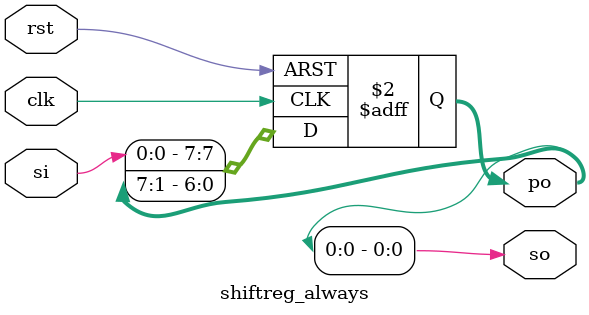
<source format=sv>
`timescale 1ns/1ns
module shiftreg_always (input si,clk,rst, output so,output logic [7:0]po);
	assign so=po[0];	
	always@(posedge clk,posedge rst)begin
	   if(rst)
	     po <= 8'b0;
	   else
	     po <= {si,po[7:1]};
	end
endmodule

</source>
